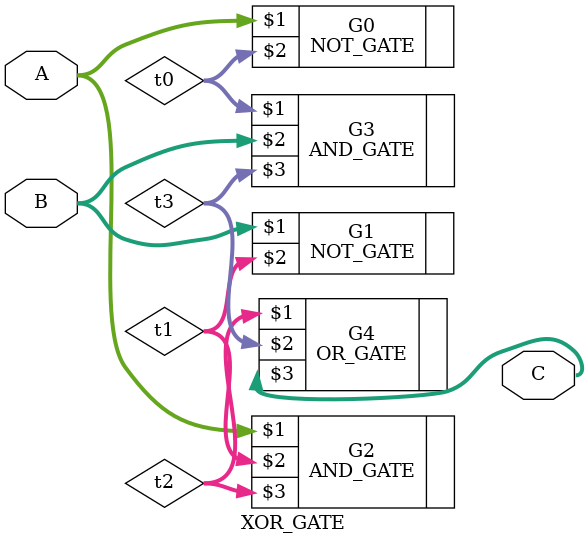
<source format=v>

module XOR_GATE #(
    parameter N = 8
)
(
    A,B, C
);

input [N-1:0] A,B;
output [N-1:0] C;

wire [N-1:0] t0,t1,t2,t3; 

NOT_GATE #(.N(N)) G0 (A,t0);
NOT_GATE #(.N(N)) G1 (B,t1);

AND_GATE #(.N(N)) G2 (A,t1,t2);
AND_GATE #(.N(N)) G3 (t0,B,t3);

OR_GATE #(.N(N)) G4 (t2,t3,C);



    
endmodule
</source>
